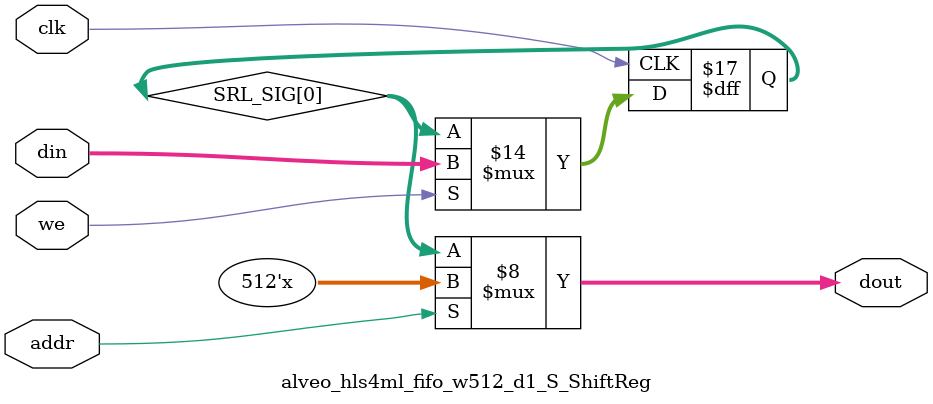
<source format=v>

`timescale 1 ns / 1 ps

module alveo_hls4ml_fifo_w512_d1_S
#(parameter
    MEM_STYLE   = "shiftReg",
    DATA_WIDTH  = 512,
    ADDR_WIDTH  = 1,
    DEPTH       = 1)
(
    // system signal
    input  wire                  clk,
    input  wire                  reset,

    // write
    output wire                  if_full_n,
    input  wire                  if_write_ce,
    input  wire                  if_write,
    input  wire [DATA_WIDTH-1:0] if_din,
    
    // read 
    output wire [ADDR_WIDTH:0]   if_num_data_valid, // for FRP
    output wire [ADDR_WIDTH:0]   if_fifo_cap,       // for FRP
    output wire                  if_empty_n,
    input  wire                  if_read_ce,
    input  wire                  if_read,
    output wire [DATA_WIDTH-1:0] if_dout
);
//------------------------Parameter----------------------

//------------------------Local signal-------------------
wire [ADDR_WIDTH-1:0] addr;
wire                  push;
wire                  pop;
reg signed [ADDR_WIDTH:0]   mOutPtr;
reg                   empty_n = 1'b0;
reg                   full_n  = 1'b1;
// with almost full?  no 
//------------------------Instantiation------------------
alveo_hls4ml_fifo_w512_d1_S_ShiftReg 
#(  .DATA_WIDTH (DATA_WIDTH),
    .ADDR_WIDTH (ADDR_WIDTH),
    .DEPTH      (DEPTH))
U_alveo_hls4ml_fifo_w512_d1_S_ShiftReg (
    .clk        (clk),
    .we         (push),
    .addr       (addr),
    .din        (if_din),
    .dout       (if_dout)
);
//------------------------Task and function--------------

//------------------------Body---------------------------
// has num_data_valid ? 
assign if_num_data_valid = mOutPtr + 1'b1; // yes
assign if_fifo_cap = DEPTH; // yes 

// has almost full ? 
assign if_full_n  = full_n; //no 
assign if_empty_n = empty_n;

assign push = (if_write & if_write_ce) & full_n;
assign pop  = (if_read & if_read_ce) & empty_n;
assign addr = mOutPtr[ADDR_WIDTH] == 1'b0 ? mOutPtr[ADDR_WIDTH-1:0]:{ADDR_WIDTH{1'b0}};

// full_n
always @(posedge clk ) begin
    if (reset == 1'b1)
        full_n <= 1'b1;
    else if (push & ~pop) begin
        if (mOutPtr == DEPTH - 2)
            full_n <= 1'b0;
    end
    else if (~push & pop)
        full_n <= 1'b1;
end

// almost_full_n 

// empty_n
always @(posedge clk ) begin
    if (reset == 1'b1)
        empty_n <= 1'b0;
    else if (push & ~pop)
        empty_n <= 1'b1;
    else if (~push & pop) begin
        if (mOutPtr == 0)
            empty_n <= 1'b0;
    end
end

// mOutPtr
always @(posedge clk ) begin
    if (reset == 1'b1)
        mOutPtr <= {ADDR_WIDTH+1{1'b1}};
    else if (push & ~pop)
        mOutPtr <= mOutPtr + 1'b1;
    else if (~push & pop)
        mOutPtr <= mOutPtr - 1'b1;
end

endmodule  


module alveo_hls4ml_fifo_w512_d1_S_ShiftReg
#(parameter
    DATA_WIDTH  = 512,
    ADDR_WIDTH  = 1,
    DEPTH       = 1)
(
    input  wire                  clk,
    input  wire                  we,
    input  wire [ADDR_WIDTH-1:0] addr,
    input  wire [DATA_WIDTH-1:0] din,
    output wire [DATA_WIDTH-1:0] dout
);

reg [DATA_WIDTH-1:0] SRL_SIG [0:DEPTH-1];
integer i;

always @ (posedge clk) begin
    if (we) begin
        for (i=0; i<DEPTH-1; i=i+1)
            SRL_SIG[i+1] <= SRL_SIG[i];
        SRL_SIG[0] <= din;
    end
end

assign dout = SRL_SIG[addr];

endmodule

</source>
